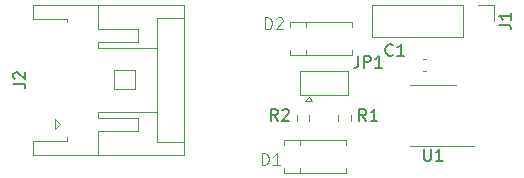
<source format=gto>
G04 #@! TF.GenerationSoftware,KiCad,Pcbnew,7.0.2*
G04 #@! TF.CreationDate,2023-05-31T21:51:21+09:00*
G04 #@! TF.ProjectId,sync,73796e63-2e6b-4696-9361-645f70636258,rev?*
G04 #@! TF.SameCoordinates,PX3473bc0PY4c4b400*
G04 #@! TF.FileFunction,Legend,Top*
G04 #@! TF.FilePolarity,Positive*
%FSLAX46Y46*%
G04 Gerber Fmt 4.6, Leading zero omitted, Abs format (unit mm)*
G04 Created by KiCad (PCBNEW 7.0.2) date 2023-05-31 21:51:21*
%MOMM*%
%LPD*%
G01*
G04 APERTURE LIST*
%ADD10C,0.100000*%
%ADD11C,0.150000*%
%ADD12C,0.120000*%
G04 APERTURE END LIST*
D10*
X23511905Y2787381D02*
X23511905Y3787381D01*
X23511905Y3787381D02*
X23750000Y3787381D01*
X23750000Y3787381D02*
X23892857Y3739762D01*
X23892857Y3739762D02*
X23988095Y3644524D01*
X23988095Y3644524D02*
X24035714Y3549286D01*
X24035714Y3549286D02*
X24083333Y3358810D01*
X24083333Y3358810D02*
X24083333Y3215953D01*
X24083333Y3215953D02*
X24035714Y3025477D01*
X24035714Y3025477D02*
X23988095Y2930239D01*
X23988095Y2930239D02*
X23892857Y2835000D01*
X23892857Y2835000D02*
X23750000Y2787381D01*
X23750000Y2787381D02*
X23511905Y2787381D01*
X25035714Y2787381D02*
X24464286Y2787381D01*
X24750000Y2787381D02*
X24750000Y3787381D01*
X24750000Y3787381D02*
X24654762Y3644524D01*
X24654762Y3644524D02*
X24559524Y3549286D01*
X24559524Y3549286D02*
X24464286Y3501667D01*
X23761905Y14287381D02*
X23761905Y15287381D01*
X23761905Y15287381D02*
X24000000Y15287381D01*
X24000000Y15287381D02*
X24142857Y15239762D01*
X24142857Y15239762D02*
X24238095Y15144524D01*
X24238095Y15144524D02*
X24285714Y15049286D01*
X24285714Y15049286D02*
X24333333Y14858810D01*
X24333333Y14858810D02*
X24333333Y14715953D01*
X24333333Y14715953D02*
X24285714Y14525477D01*
X24285714Y14525477D02*
X24238095Y14430239D01*
X24238095Y14430239D02*
X24142857Y14335000D01*
X24142857Y14335000D02*
X24000000Y14287381D01*
X24000000Y14287381D02*
X23761905Y14287381D01*
X24714286Y15192143D02*
X24761905Y15239762D01*
X24761905Y15239762D02*
X24857143Y15287381D01*
X24857143Y15287381D02*
X25095238Y15287381D01*
X25095238Y15287381D02*
X25190476Y15239762D01*
X25190476Y15239762D02*
X25238095Y15192143D01*
X25238095Y15192143D02*
X25285714Y15096905D01*
X25285714Y15096905D02*
X25285714Y15001667D01*
X25285714Y15001667D02*
X25238095Y14858810D01*
X25238095Y14858810D02*
X24666667Y14287381D01*
X24666667Y14287381D02*
X25285714Y14287381D01*
D11*
X34583333Y12132620D02*
X34535714Y12085000D01*
X34535714Y12085000D02*
X34392857Y12037381D01*
X34392857Y12037381D02*
X34297619Y12037381D01*
X34297619Y12037381D02*
X34154762Y12085000D01*
X34154762Y12085000D02*
X34059524Y12180239D01*
X34059524Y12180239D02*
X34011905Y12275477D01*
X34011905Y12275477D02*
X33964286Y12465953D01*
X33964286Y12465953D02*
X33964286Y12608810D01*
X33964286Y12608810D02*
X34011905Y12799286D01*
X34011905Y12799286D02*
X34059524Y12894524D01*
X34059524Y12894524D02*
X34154762Y12989762D01*
X34154762Y12989762D02*
X34297619Y13037381D01*
X34297619Y13037381D02*
X34392857Y13037381D01*
X34392857Y13037381D02*
X34535714Y12989762D01*
X34535714Y12989762D02*
X34583333Y12942143D01*
X35535714Y12037381D02*
X34964286Y12037381D01*
X35250000Y12037381D02*
X35250000Y13037381D01*
X35250000Y13037381D02*
X35154762Y12894524D01*
X35154762Y12894524D02*
X35059524Y12799286D01*
X35059524Y12799286D02*
X34964286Y12751667D01*
X32333333Y6537381D02*
X32000000Y7013572D01*
X31761905Y6537381D02*
X31761905Y7537381D01*
X31761905Y7537381D02*
X32142857Y7537381D01*
X32142857Y7537381D02*
X32238095Y7489762D01*
X32238095Y7489762D02*
X32285714Y7442143D01*
X32285714Y7442143D02*
X32333333Y7346905D01*
X32333333Y7346905D02*
X32333333Y7204048D01*
X32333333Y7204048D02*
X32285714Y7108810D01*
X32285714Y7108810D02*
X32238095Y7061191D01*
X32238095Y7061191D02*
X32142857Y7013572D01*
X32142857Y7013572D02*
X31761905Y7013572D01*
X33285714Y6537381D02*
X32714286Y6537381D01*
X33000000Y6537381D02*
X33000000Y7537381D01*
X33000000Y7537381D02*
X32904762Y7394524D01*
X32904762Y7394524D02*
X32809524Y7299286D01*
X32809524Y7299286D02*
X32714286Y7251667D01*
X24833333Y6537381D02*
X24500000Y7013572D01*
X24261905Y6537381D02*
X24261905Y7537381D01*
X24261905Y7537381D02*
X24642857Y7537381D01*
X24642857Y7537381D02*
X24738095Y7489762D01*
X24738095Y7489762D02*
X24785714Y7442143D01*
X24785714Y7442143D02*
X24833333Y7346905D01*
X24833333Y7346905D02*
X24833333Y7204048D01*
X24833333Y7204048D02*
X24785714Y7108810D01*
X24785714Y7108810D02*
X24738095Y7061191D01*
X24738095Y7061191D02*
X24642857Y7013572D01*
X24642857Y7013572D02*
X24261905Y7013572D01*
X25214286Y7442143D02*
X25261905Y7489762D01*
X25261905Y7489762D02*
X25357143Y7537381D01*
X25357143Y7537381D02*
X25595238Y7537381D01*
X25595238Y7537381D02*
X25690476Y7489762D01*
X25690476Y7489762D02*
X25738095Y7442143D01*
X25738095Y7442143D02*
X25785714Y7346905D01*
X25785714Y7346905D02*
X25785714Y7251667D01*
X25785714Y7251667D02*
X25738095Y7108810D01*
X25738095Y7108810D02*
X25166667Y6537381D01*
X25166667Y6537381D02*
X25785714Y6537381D01*
X43592619Y14666667D02*
X44306904Y14666667D01*
X44306904Y14666667D02*
X44449761Y14619048D01*
X44449761Y14619048D02*
X44545000Y14523810D01*
X44545000Y14523810D02*
X44592619Y14380953D01*
X44592619Y14380953D02*
X44592619Y14285715D01*
X44592619Y15666667D02*
X44592619Y15095239D01*
X44592619Y15380953D02*
X43592619Y15380953D01*
X43592619Y15380953D02*
X43735476Y15285715D01*
X43735476Y15285715D02*
X43830714Y15190477D01*
X43830714Y15190477D02*
X43878333Y15095239D01*
X2462619Y9666667D02*
X3176904Y9666667D01*
X3176904Y9666667D02*
X3319761Y9619048D01*
X3319761Y9619048D02*
X3415000Y9523810D01*
X3415000Y9523810D02*
X3462619Y9380953D01*
X3462619Y9380953D02*
X3462619Y9285715D01*
X2557857Y10095239D02*
X2510238Y10142858D01*
X2510238Y10142858D02*
X2462619Y10238096D01*
X2462619Y10238096D02*
X2462619Y10476191D01*
X2462619Y10476191D02*
X2510238Y10571429D01*
X2510238Y10571429D02*
X2557857Y10619048D01*
X2557857Y10619048D02*
X2653095Y10666667D01*
X2653095Y10666667D02*
X2748333Y10666667D01*
X2748333Y10666667D02*
X2891190Y10619048D01*
X2891190Y10619048D02*
X3462619Y10047620D01*
X3462619Y10047620D02*
X3462619Y10666667D01*
X31666666Y12037381D02*
X31666666Y11323096D01*
X31666666Y11323096D02*
X31619047Y11180239D01*
X31619047Y11180239D02*
X31523809Y11085000D01*
X31523809Y11085000D02*
X31380952Y11037381D01*
X31380952Y11037381D02*
X31285714Y11037381D01*
X32142857Y11037381D02*
X32142857Y12037381D01*
X32142857Y12037381D02*
X32523809Y12037381D01*
X32523809Y12037381D02*
X32619047Y11989762D01*
X32619047Y11989762D02*
X32666666Y11942143D01*
X32666666Y11942143D02*
X32714285Y11846905D01*
X32714285Y11846905D02*
X32714285Y11704048D01*
X32714285Y11704048D02*
X32666666Y11608810D01*
X32666666Y11608810D02*
X32619047Y11561191D01*
X32619047Y11561191D02*
X32523809Y11513572D01*
X32523809Y11513572D02*
X32142857Y11513572D01*
X33666666Y11037381D02*
X33095238Y11037381D01*
X33380952Y11037381D02*
X33380952Y12037381D01*
X33380952Y12037381D02*
X33285714Y11894524D01*
X33285714Y11894524D02*
X33190476Y11799286D01*
X33190476Y11799286D02*
X33095238Y11751667D01*
X37238095Y4137381D02*
X37238095Y3327858D01*
X37238095Y3327858D02*
X37285714Y3232620D01*
X37285714Y3232620D02*
X37333333Y3185000D01*
X37333333Y3185000D02*
X37428571Y3137381D01*
X37428571Y3137381D02*
X37619047Y3137381D01*
X37619047Y3137381D02*
X37714285Y3185000D01*
X37714285Y3185000D02*
X37761904Y3232620D01*
X37761904Y3232620D02*
X37809523Y3327858D01*
X37809523Y3327858D02*
X37809523Y4137381D01*
X38809523Y3137381D02*
X38238095Y3137381D01*
X38523809Y3137381D02*
X38523809Y4137381D01*
X38523809Y4137381D02*
X38428571Y3994524D01*
X38428571Y3994524D02*
X38333333Y3899286D01*
X38333333Y3899286D02*
X38238095Y3851667D01*
D10*
X25360000Y4900000D02*
X30640000Y4900000D01*
X25360000Y4500000D02*
X25360000Y4900000D01*
X25360000Y2100000D02*
X25360000Y2500000D01*
X26750000Y4900000D02*
X26750000Y4500000D01*
X26750000Y2500000D02*
X26750000Y2100000D01*
X30640000Y4900000D02*
X30640000Y4500000D01*
X30640000Y2500000D02*
X30640000Y2100000D01*
X30640000Y2100000D02*
X25360000Y2100000D01*
X25860000Y14900000D02*
X31140000Y14900000D01*
X25860000Y14500000D02*
X25860000Y14900000D01*
X25860000Y12100000D02*
X25860000Y12500000D01*
X27250000Y14900000D02*
X27250000Y14500000D01*
X27250000Y12500000D02*
X27250000Y12100000D01*
X31140000Y14900000D02*
X31140000Y14500000D01*
X31140000Y12500000D02*
X31140000Y12100000D01*
X31140000Y12100000D02*
X25860000Y12100000D01*
D12*
X37396267Y10740000D02*
X37103733Y10740000D01*
X37396267Y11760000D02*
X37103733Y11760000D01*
X29977500Y6512742D02*
X29977500Y6987258D01*
X31022500Y6512742D02*
X31022500Y6987258D01*
X26477500Y6512742D02*
X26477500Y6987258D01*
X27522500Y6512742D02*
X27522500Y6987258D01*
X43130000Y16330000D02*
X43130000Y15000000D01*
X41800000Y16330000D02*
X43130000Y16330000D01*
X40530000Y16330000D02*
X32850000Y16330000D01*
X40530000Y16330000D02*
X40530000Y13670000D01*
X32850000Y16330000D02*
X32850000Y13670000D01*
X40530000Y13670000D02*
X32850000Y13670000D01*
X4090000Y3640000D02*
X16910000Y3640000D01*
X16910000Y3640000D02*
X16910000Y16360000D01*
X14610000Y4750000D02*
X14610000Y15250000D01*
X16910000Y4750000D02*
X14610000Y4750000D01*
X4090000Y4860000D02*
X4090000Y3640000D01*
X6990000Y4860000D02*
X4090000Y4860000D01*
X6990000Y5140000D02*
X6990000Y4860000D01*
X9600000Y5700000D02*
X9600000Y3640000D01*
X13010000Y5700000D02*
X9600000Y5700000D01*
X6000000Y5850000D02*
X6000000Y6650000D01*
X6400000Y6250000D02*
X6000000Y5850000D01*
X6000000Y6650000D02*
X6400000Y6250000D01*
X9600000Y6800000D02*
X13010000Y6800000D01*
X13010000Y6800000D02*
X13010000Y5700000D01*
X9600000Y7300000D02*
X9600000Y6800000D01*
X14610000Y7300000D02*
X9600000Y7300000D01*
X11000000Y9200000D02*
X11000000Y10800000D01*
X12800000Y9200000D02*
X11000000Y9200000D01*
X11000000Y10800000D02*
X12800000Y10800000D01*
X12800000Y10800000D02*
X12800000Y9200000D01*
X9600000Y12700000D02*
X9600000Y13200000D01*
X14610000Y12700000D02*
X9600000Y12700000D01*
X9600000Y13200000D02*
X13010000Y13200000D01*
X13010000Y13200000D02*
X13010000Y14300000D01*
X9600000Y14300000D02*
X9600000Y16360000D01*
X13010000Y14300000D02*
X9600000Y14300000D01*
X4090000Y15140000D02*
X6990000Y15140000D01*
X6990000Y15140000D02*
X6990000Y14860000D01*
X14610000Y15250000D02*
X16910000Y15250000D01*
X4090000Y16360000D02*
X4090000Y15140000D01*
X16910000Y16360000D02*
X4090000Y16360000D01*
X26700000Y10750000D02*
X30800000Y10750000D01*
X26700000Y8750000D02*
X26700000Y10750000D01*
X27150000Y8250000D02*
X27750000Y8250000D01*
X27450000Y8550000D02*
X27150000Y8250000D01*
X27450000Y8550000D02*
X27750000Y8250000D01*
X30800000Y10750000D02*
X30800000Y8750000D01*
X30800000Y8750000D02*
X26700000Y8750000D01*
X38000000Y4440000D02*
X41450000Y4440000D01*
X38000000Y4440000D02*
X36050000Y4440000D01*
X38000000Y9560000D02*
X39950000Y9560000D01*
X38000000Y9560000D02*
X36050000Y9560000D01*
M02*

</source>
